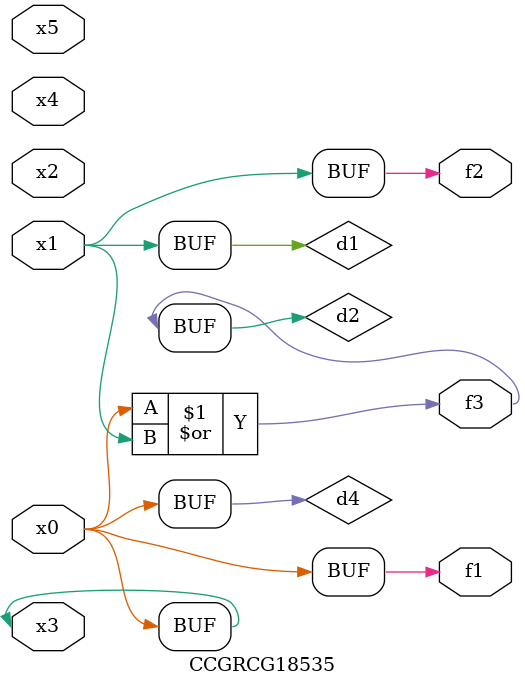
<source format=v>
module CCGRCG18535(
	input x0, x1, x2, x3, x4, x5,
	output f1, f2, f3
);

	wire d1, d2, d3, d4;

	and (d1, x1);
	or (d2, x0, x1);
	nand (d3, x0, x5);
	buf (d4, x0, x3);
	assign f1 = d4;
	assign f2 = d1;
	assign f3 = d2;
endmodule

</source>
